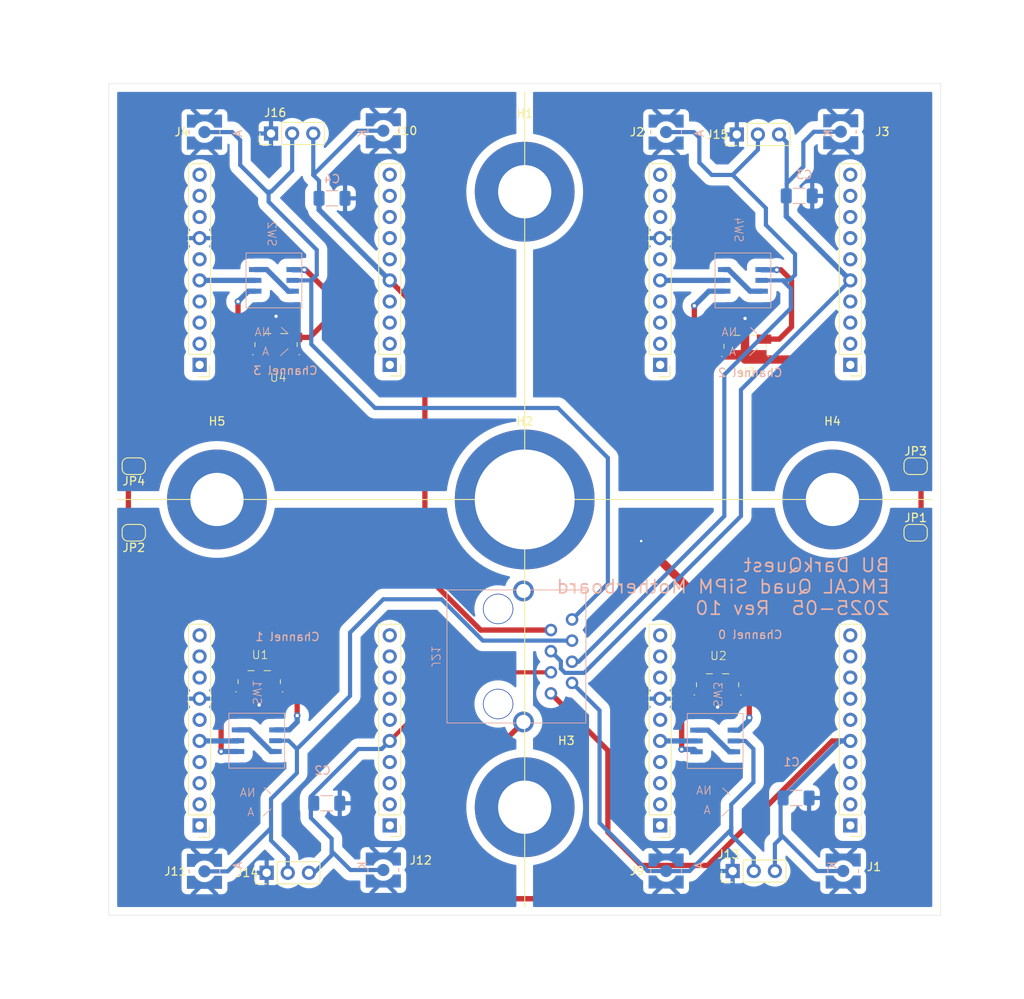
<source format=kicad_pcb>
(kicad_pcb (version 20241229) (generator "pcbnew") (generator_version "9.0")
  (title_block (title "DarkQuest SiPM Motherboard") (date "2025-05") (rev "10") (comment 1 "Attenuator switch"))
  (layers (0 "F.Cu" signal) (2 "B.Cu" signal) (13 "F.Paste" user) (15 "B.Paste" user) (5 "F.SilkS" user "F.Silkscreen") (7 "B.SilkS" user "B.Silkscreen") (1 "F.Mask" user) (3 "B.Mask" user) (25 "Edge.Cuts" user))
  (net 0 "")
  (net 1 "Net-(SW1-0)")
  (net 2 "Net-(SW1-A-Pad3)")
  (net 3 "Net-(SW2-0)")
  (net 4 "Net-(SW2-A-Pad3)")
  (net 5 "Net-(SW3-0)")
  (net 6 "Net-(SW3-A-Pad3)")
  (net 7 "Net-(SW4-0)")
  (net 8 "Net-(SW4-A-Pad3)")
  (net 9 "Net-(SW1-C)")
  (net 10 "Net-(SW2-C)")
  (net 11 "Net-(SW3-C)")
  (net 12 "Net-(SW4-C)")
  (net 13 "GND1")
  (net 14 "/K1")
  (net 15 "/K2")
  (net 16 "GND2")
  (net 17 "GND3")
  (net 18 "/K3")
  (net 19 "/K4")
  (net 20 "GND4")
  (net 21 "/A3")
  (net 22 "/A4")
  (net 23 "/A1")
  (net 24 "/A2")
  (net 25 "Net-(JP1-B)")
  (net 26 "/A1_PreAtten")
  (net 27 "/A3_PreAtten")
  (net 28 "/A4_PreAtten")
  (net 29 "/A2_PreAtten")
  (footprint "quad_sipm:MountingHole_8.4mm_M8_Pad" (layer "F.Cu") (at 100 100)
    (property "Reference" "H2")
    (property "Value" "MountingHole")
  )
  (footprint "quad_sipm:MountingHole_6.4_pad" (layer "F.Cu") (at 100 137)
    (property "Reference" "H3")
    (property "Value" "MountingHole")
  )
  (footprint "quad_sipm:MountingHole_6.4_pad" (layer "F.Cu") (at 137 100)
    (property "Reference" "H4")
    (property "Value" "MountingHole")
  )
  (footprint "quad_sipm:MountingHole_6.4_pad" (layer "F.Cu") (at 63 100)
    (property "Reference" "H5")
    (property "Value" "MountingHole")
  )
  (footprint "quad_sipm:MountingHole_6.4_pad" (layer "F.Cu") (at 100 63)
    (property "Reference" "H1")
    (property "Value" "MountingHole")
  )
  (footprint "Jumper:SolderJumper-2_P1.3mm_Open_RoundedPad1.0x1.5mm" (layer "F.Cu") (at 147 96)
    (property "Reference" "JP3")
    (property "Value" "SolderJumper_2_Open")
  )
  (footprint "RJJS-88-122-E7V-022:chip_carrier_pin_header" (layer "F.Cu") (at 72.39 127.762 180)
    (property "Reference" "J22" (hide yes))
    (property "Value" "SiPM Header")
  )
  (footprint "Jumper:SolderJumper-2_P1.3mm_Open_RoundedPad1.0x1.5mm" (layer "F.Cu") (at 147 104)
    (property "Reference" "JP1")
    (property "Value" "SolderJumper_2_Open")
  )
  (footprint "RJJS-88-122-E7V-022:chip_carrier_pin_header" (layer "F.Cu") (at 127.762 127.762 180)
    (property "Reference" "J23" (hide yes))
    (property "Value" "SiPM Header")
  )
  (footprint "RJJS-88-122-E7V-022:chip_carrier_pin_header" (layer "F.Cu") (at 127.762 72.39 180)
    (property "Reference" "J24" (hide yes))
    (property "Value" "SiPM Header")
  )
  (footprint "Resistor_SMD:D10AA20Z4" (layer "F.Cu") (at 70.1088 80.0608)
    (property "Reference" "U4")
    (property "Value" "~")
  )
  (footprint "Connector_PinHeader_2.54mm:PinHeader_1x03_P2.54mm_Vertical" (layer "F.Cu") (at 125 144.67 90)
    (property "Reference" "J13")
    (property "Value" "8-102202-4")
  )
  (footprint "Jumper:SolderJumper-2_P1.3mm_Open_RoundedPad1.0x1.5mm" (layer "F.Cu") (at 53 104 180)
    (property "Reference" "JP2")
    (property "Value" "SolderJumper_2_Open")
  )
  (footprint "Resistor_SMD:D10AA20Z4" (layer "F.Cu") (at 68.0895 120.5865)
    (property "Reference" "U1")
    (property "Value" "~")
  )
  (footprint "Connector_PinHeader_2.54mm:PinHeader_1x03_P2.54mm_Vertical" (layer "F.Cu") (at 125.5 56.12 90)
    (property "Reference" "J15")
    (property "Value" "8-102202-4")
  )
  (footprint "Resistor_SMD:D10AA20Z4" (layer "F.Cu") (at 123.1948 120.9592)
    (property "Reference" "U2")
    (property "Value" "~")
  )
  (footprint "Connector_PinHeader_2.54mm:PinHeader_1x03_P2.54mm_Vertical" (layer "F.Cu") (at 68.975 144.88 90)
    (property "Reference" "J14")
    (property "Value" "8-102202-4")
  )
  (footprint "Connector_PinHeader_2.54mm:PinHeader_1x03_P2.54mm_Vertical" (layer "F.Cu") (at 69.5 56 90)
    (property "Reference" "J16")
    (property "Value" "8-102202-4")
  )
  (footprint "Jumper:SolderJumper-2_P1.3mm_Open_RoundedPad1.0x1.5mm" (layer "F.Cu") (at 53 96 180)
    (property "Reference" "JP4")
    (property "Value" "SolderJumper_2_Open")
  )
  (footprint "RJJS-88-122-E7V-022:chip_carrier_pin_header" (layer "F.Cu") (at 72.39 72.39 180)
    (property "Reference" "J25" (hide yes))
    (property "Value" "SiPM Header")
  )
  (footprint "Resistor_SMD:D10AA20Z4" (layer "F.Cu") (at 126.492 80.264)
    (property "Reference" "U3")
    (property "Value" "~")
  )
  (footprint "Capacitor_SMD:C_1206_3216Metric_Pad1.33x1.80mm_HandSolder" (layer "B.Cu") (at 76.835 63.7925 180)
    (property "Reference" "C4")
    (property "Value" "10nF 100V")
  )
  (footprint "Capacitor_SMD:C_1206_3216Metric_Pad1.33x1.80mm_HandSolder" (layer "B.Cu") (at 133.0075 63.5 180)
    (property "Reference" "C3")
    (property "Value" "10nF 100V")
  )
  (footprint "Capacitor_SMD:C_1206_3216Metric_Pad1.33x1.80mm_HandSolder" (layer "B.Cu") (at 132.6265 135.89 180)
    (property "Reference" "C1")
    (property "Value" "10nF 100V")
  )
  (footprint "Capacitor_SMD:C_1206_3216Metric_Pad1.33x1.80mm_HandSolder" (layer "B.Cu") (at 76.2 136.525 180)
    (property "Reference" "C2")
    (property "Value" "10nF 100V")
  )
  (footprint "Relay_SMD:Nidec_DPDT_CS422YTA" (layer "B.Cu") (at 67.782 129.002 90)
    (property "Reference" "SW1")
    (property "Value" "SW_Push_DPDT")
  )
  (footprint "Connector_Coaxial:WR-MMCX_Wuerth_66012102111404_Vertical" (layer "B.Cu") (at 138.29 144.67 90)
    (property "Reference" "J1")
    (property "Value" "Conn_Coaxial")
  )
  (footprint "Relay_SMD:Nidec_DPDT_CS422YTA" (layer "B.Cu") (at 69.85 73.66 90)
    (property "Reference" "SW2")
    (property "Value" "SW_Push_DPDT")
  )
  (footprint "RJJS-88-122-E7V-022:RJJS-88-122-E7V-022" (layer "B.Cu") (at 99 118.875 90)
    (property "Reference" "J21")
    (property "Value" "RJ45_Shielded")
  )
  (footprint "Connector_Coaxial:WR-MMCX_Wuerth_66012102111404_Vertical" (layer "B.Cu") (at 61.5 144.71 -90)
    (property "Reference" "J11")
    (property "Value" "Conn_Coaxial")
  )
  (footprint "Connector_Coaxial:WR-MMCX_Wuerth_66012102111404_Vertical" (layer "B.Cu") (at 138 55.79 90)
    (property "Reference" "J3")
    (property "Value" "Conn_Coaxial")
  )
  (footprint "Connector_Coaxial:WR-MMCX_Wuerth_66012102111404_Vertical" (layer "B.Cu") (at 117 144.67 -90)
    (property "Reference" "J9")
    (property "Value" "Conn_Coaxial")
  )
  (footprint "Connector_Coaxial:WR-MMCX_Wuerth_66012102111404_Vertical" (layer "B.Cu") (at 83 55.67 90)
    (property "Reference" "J10")
    (property "Value" "Conn_Coaxial")
  )
  (footprint "Relay_SMD:Nidec_DPDT_CS422YTA" (layer "B.Cu") (at 122.9 129.032 90)
    (property "Reference" "SW3")
    (property "Value" "SW_Push_DPDT")
  )
  (footprint "Connector_Coaxial:WR-MMCX_Wuerth_66012102111404_Vertical" (layer "B.Cu") (at 61.5 55.83 -90)
    (property "Reference" "J4")
    (property "Value" "Conn_Coaxial")
  )
  (footprint "Connector_Coaxial:WR-MMCX_Wuerth_66012102111404_Vertical" (layer "B.Cu") (at 83 144.55 90)
    (property "Reference" "J12")
    (property "Value" "Conn_Coaxial")
  )
  (footprint "Relay_SMD:Nidec_DPDT_CS422YTA" (layer "B.Cu") (at 126.238 73.66 90)
    (property "Reference" "SW4")
    (property "Value" "SW_Push_DPDT")
  )
  (footprint "Connector_Coaxial:WR-MMCX_Wuerth_66012102111404_Vertical" (layer "B.Cu") (at 117 55.83 -90)
    (property "Reference" "J2")
    (property "Value" "Conn_Coaxial")
  )
  (gr_line (start 51 100) (end 149 100) (stroke (width 0.12)) (layer "F.SilkS"))
  (gr_line (start 100 51) (end 100 149) (stroke (width 0.12)) (layer "F.SilkS"))
  (gr_line (start 50 150) (end 50 50) (stroke (width 0.05)) (layer "Edge.Cuts"))
  (gr_line (start 150 150) (end 50 150) (stroke (width 0.05)) (layer "Edge.Cuts"))
  (gr_line (start 50 50) (end 150 50) (stroke (width 0.05)) (layer "Edge.Cuts"))
  (gr_line (start 150 50) (end 150 150) (stroke (width 0.05)) (layer "Edge.Cuts"))
  (gr_text "A" (at 65.5 144 90) (layer "B.SilkS") (effects (font (size 1 1)) (justify mirror)))
  (gr_text "Channel 2" (at 131.064 85.344 0) (layer "B.SilkS") (effects (font (size 1 1)) (justify left bottom mirror)))
  (gr_text "A" (at 65.5 56 90) (layer "B.SilkS") (effects (font (size 1 1)) (justify mirror)))
  (gr_text "Channel 3" (at 75.184 85.09 0) (layer "B.SilkS") (effects (font (size 1 1)) (justify left bottom mirror)))
  (gr_text "K" (at 80.5 56 90) (layer "B.SilkS") (effects (font (size 1 1)) (justify mirror)))
  (gr_text "Channel 0" (at 131.064 116.84 0) (layer "B.SilkS") (effects (font (size 1 1)) (justify left bottom mirror)))
  (gr_text "A" (at 121 56 90) (layer "B.SilkS") (effects (font (size 1 1)) (justify mirror)))
  (gr_text "K" (at 80.5 144 90) (layer "B.SilkS") (effects (font (size 1 1)) (justify mirror)))
  (gr_text "BU DarkQuest\nEMCAL Quad SiPM Motherboard\n${ISSUE_DATE}  Rev ${REVISION}" (at 144.018 110.49 0) (layer "B.SilkS") (effects (font (size 1.6 1.7) (thickness 0.2032)) (justify left mirror)))
  (gr_text "Channel 1" (at 75.438 117.094 0) (layer "B.SilkS") (effects (font (size 1 1)) (justify left bottom mirror)))
  (gr_text "K" (at 137 144 90) (layer "B.SilkS") (effects (font (size 1 1)) (justify mirror)))
  (gr_text "A" (at 121 144 90) (layer "B.SilkS") (effects (font (size 1 1)) (justify mirror)))
  (gr_text "K" (at 136.5 56 90) (layer "B.SilkS") (effects (font (size 1 1)) (justify mirror)))
  (segment (start 70.3707 121.0437) (end 72.644 123.317) (width 0.635) (layer "F.Cu") (net 1))
  (segment (start 72.644 123.317) (end 72.644 125.984) (width 0.635) (layer "F.Cu") (net 1))
  (via (at 72.644 125.984) (size 0.8) (drill 0.4) (layers "F.Cu" "B.Cu") (net 1))
  (segment (start 72.644 126.746) (end 71.688 127.702) (width 0.635) (layer "B.Cu") (net 1))
  (segment (start 72.644 125.984) (end 72.644 126.746) (width 0.635) (layer "B.Cu") (net 1))
  (segment (start 71.688 127.702) (end 70.032 127.702) (width 0.635) (layer "B.Cu") (net 1))
  (segment (start 69.517 130.302) (end 70.032 130.302) (width 0.635) (layer "B.Cu") (net 2))
  (segment (start 66.917 127.702) (end 69.517 130.302) (width 0.635) (layer "B.Cu") (net 2))
  (segment (start 65.532 127.702) (end 66.917 127.702) (width 0.635) (layer "B.Cu") (net 2))
  (segment (start 73.66 72.39) (end 73.505 72.39) (width 0.635) (layer "F.Cu") (net 3))
  (segment (start 76.2 78.486) (end 76.2 74.93) (width 0.635) (layer "F.Cu") (net 3))
  (segment (start 72.39 80.518) (end 74.168 80.518) (width 0.635) (layer "F.Cu") (net 3))
  (segment (start 76.2 74.93) (end 73.66 72.39) (width 0.635) (layer "F.Cu") (net 3))
  (segment (start 74.168 80.518) (end 76.2 78.486) (width 0.635) (layer "F.Cu") (net 3))
  (via (at 73.505 72.39) (size 0.8) (drill 0.4) (layers "F.Cu" "B.Cu") (net 3))
  (segment (start 73.505 72.39) (end 72.136 72.39) (width 0.635) (layer "B.Cu") (net 3))
  (segment (start 67.6 72.36) (end 68.985 72.36) (width 0.635) (layer "B.Cu") (net 4))
  (segment (start 68.985 72.36) (end 71.585 74.96) (width 0.635) (layer "B.Cu") (net 4))
  (segment (start 71.585 74.96) (end 72.1 74.96) (width 0.635) (layer "B.Cu") (net 4))
  (segment (start 127 122.9404) (end 127 126.238) (width 0.635) (layer "F.Cu") (net 5))
  (segment (start 125.476 121.4164) (end 127 122.9404) (width 0.635) (layer "F.Cu") (net 5))
  (via (at 127 126.238) (size 0.8) (drill 0.4) (layers "F.Cu" "B.Cu") (net 5))
  (segment (start 125.76 127.732) (end 127 126.492) (width 0.635) (layer "B.Cu") (net 5))
  (segment (start 125.15 127.732) (end 125.76 127.732) (width 0.635) (layer "B.Cu") (net 5))
  (segment (start 127 126.492) (end 127 126.238) (width 0.635) (layer "B.Cu") (net 5))
  (segment (start 122.035 127.732) (end 124.635 130.332) (width 0.635) (layer "B.Cu") (net 6))
  (segment (start 124.635 130.332) (end 125.15 130.332) (width 0.635) (layer "B.Cu") (net 6))
  (segment (start 120.65 127.732) (end 122.035 127.732) (width 0.635) (layer "B.Cu") (net 6))
  (segment (start 130.6068 80.7212) (end 128.7732 80.7212) (width 0.635) (layer "F.Cu") (net 7))
  (segment (start 132.08 79.248) (end 130.6068 80.7212) (width 0.635) (layer "F.Cu") (net 7))
  (segment (start 130.81 72.39) (end 132.08 73.66) (width 0.635) (layer "F.Cu") (net 7))
  (segment (start 132.08 73.66) (end 132.08 79.248) (width 0.635) (layer "F.Cu") (net 7))
  (segment (start 130.302 72.39) (end 130.81 72.39) (width 0.635) (layer "F.Cu") (net 7))
  (via (at 130.302 72.39) (size 0.8) (drill 0.4) (layers "F.Cu" "B.Cu") (net 7))
  (segment (start 130.272 72.36) (end 130.302 72.39) (width 0.635) (layer "B.Cu") (net 7))
  (segment (start 130.302 72.39) (end 128.518 72.39) (width 0.635) (layer "B.Cu") (net 7))
  (segment (start 127.103 74.96) (end 124.503 72.36) (width 0.635) (layer "B.Cu") (net 8))
  (segment (start 128.488 74.96) (end 127.103 74.96) (width 0.635) (layer "B.Cu") (net 8))
  (segment (start 124.503 72.36) (end 123.988 72.36) (width 0.635) (layer "B.Cu") (net 8))
  (segment (start 63.5 123.338) (end 63.5 130.302) (width 0.635) (layer "F.Cu") (net 9))
  (segment (start 65.7987 121.0393) (end 63.5 123.338) (width 0.635) (layer "F.Cu") (net 9))
  (via (at 63.5 130.302) (size 0.8) (drill 0.4) (layers "F.Cu" "B.Cu") (net 9))
  (segment (start 63.5 130.302) (end 65.532 130.302) (width 0.635) (layer "B.Cu") (net 9))
  (segment (start 67.818 80.5136) (end 67.0516 80.5136) (width 0.635) (layer "F.Cu") (net 10))
  (segment (start 65.532 78.994) (end 65.532 76.2) (width 0.635) (layer "F.Cu") (net 10))
  (segment (start 67.0516 80.5136) (end 65.532 78.994) (width 0.635) (layer "F.Cu") (net 10))
  (via (at 65.532 76.2) (size 0.8) (drill 0.4) (layers "F.Cu" "B.Cu") (net 10))
  (segment (start 66.772 74.96) (end 67.6 74.96) (width 0.635) (layer "B.Cu") (net 10))
  (segment (start 65.532 76.2) (end 66.772 74.96) (width 0.635) (layer "B.Cu") (net 10))
  (segment (start 120.904 121.412) (end 118.872 123.444) (width 0.635) (layer "F.Cu") (net 11))
  (segment (start 118.872 123.444) (end 118.872 130.048) (width 0.635) (layer "F.Cu") (net 11))
  (via (at 118.872 130.048) (size 0.8) (drill 0.4) (layers "F.Cu" "B.Cu") (net 11))
  (segment (start 120.366 130.048) (end 120.65 130.332) (width 0.635) (layer "B.Cu") (net 11))
  (segment (start 118.872 130.048) (end 120.366 130.048) (width 0.635) (layer "B.Cu") (net 11))
  (segment (start 121.6108 80.7168) (end 124.2012 80.7168) (width 0.635) (layer "F.Cu") (net 12))
  (segment (start 120.396 79.502) (end 121.6108 80.7168) (width 0.635) (layer "F.Cu") (net 12))
  (segment (start 120.396 76.708) (end 120.396 79.502) (width 0.635) (layer "F.Cu") (net 12))
  (via (at 120.396 76.708) (size 0.8) (drill 0.4) (layers "F.Cu" "B.Cu") (net 12))
  (segment (start 121.29877 75.80523) (end 120.396 76.708) (width 0.635) (layer "B.Cu") (net 12))
  (segment (start 123.988 74.96) (end 122.144 74.96) (width 0.635) (layer "B.Cu") (net 12))
  (segment (start 122.144 74.96) (end 121.29877 75.80523) (width 0.635) (layer "B.Cu") (net 12))
  (segment (start 128.46 113.54) (end 123.19 113.54) (width 1) (layer "F.Cu") (net 13))
  (segment (start 136.81 113.54) (end 128.46 113.54) (width 1) (layer "F.Cu") (net 13))
  (segment (start 123.1773 124.9553) (end 123.19 124.968) (width 0.635) (layer "F.Cu") (net 13))
  (segment (start 128.46 113.54) (end 122.54 113.54) (width 1) (layer "F.Cu") (net 13))
  (segment (start 122.54 113.54) (end 114 105) (width 1) (layer "F.Cu") (net 13))
  (segment (start 146.35 104) (end 136.81 113.54) (width 1) (layer "F.Cu") (net 13))
  (segment (start 123.19 113.54) (end 123.19 122.3562) (width 1) (layer "F.Cu") (net 13))
  (segment (start 123.1773 123.3087) (end 123.1773 124.9553) (width 0.635) (layer "F.Cu") (net 13))
  (via (at 123.19 124.968) (size 0.8) (drill 0.4) (layers "F.Cu" "B.Cu") (net 13))
  (via (at 114 105) (size 0.6) (drill 0.3) (layers "F.Cu" "B.Cu") (net 13))
  (segment (start 110 130.17) (end 103.15 123.32) (width 0.635) (layer "F.Cu") (net 14))
  (segment (start 136.968 129.032) (end 122 144) (width 0.635) (layer "F.Cu") (net 14))
  (segment (start 110 140) (end 110 130.17) (width 0.635) (layer "F.Cu") (net 14))
  (segment (start 114 144) (end 110 140) (width 0.635) (layer "F.Cu") (net 14))
  (segment (start 139.146 129.032) (end 136.968 129.032) (width 0.635) (layer "F.Cu") (net 14))
  (segment (start 122 144) (end 114 144) (width 0.635) (layer "F.Cu") (net 14))
  (segment (start 130.765 139.700708) (end 130.765 140.735) (width 0.5) (layer "B.Cu") (net 14))
  (segment (start 130.765 140.735) (end 130.08 141.42) (width 0.5) (layer "B.Cu") (net 14))
  (segment (start 139.146 129.032) (end 137.922 129.032) (width 0.635) (layer "B.Cu") (net 14))
  (segment (start 138.29 144.67) (end 135.17 144.67) (width 0.5) (layer "B.Cu") (net 14))
  (segment (start 137.922 129.032) (end 131.064 135.89) (width 0.635) (layer "B.Cu") (net 14))
  (segment (start 130.765 136.189) (end 131.064 135.89) (width 0.635) (layer "B.Cu") (net 14))
  (segment (start 130.08 141.42) (end 130.08 145) (width 0.5) (layer "B.Cu") (net 14))
  (segment (start 130.765 140.265) (end 130.765 139.700708) (width 0.5) (layer "B.Cu") (net 14))
  (segment (start 130.765 139.700708) (end 130.765 136.189) (width 0.5) (layer "B.Cu") (net 14))
  (segment (start 135.17 144.67) (end 130.765 140.265) (width 0.5) (layer "B.Cu") (net 14))
  (segment (start 83.774 129.032) (end 92.026 120.78) (width 0.5) (layer "F.Cu") (net 15))
  (segment (start 92.026 120.78) (end 103.15 120.78) (width 0.5) (layer "F.Cu") (net 15))
  (segment (start 76.79 140.79) (end 76.79 142.29) (width 0.5) (layer "B.Cu") (net 15))
  (segment (start 76.79 142.29) (end 79.05 144.55) (width 0.5) (layer "B.Cu") (net 15))
  (segment (start 74.295 138.295) (end 76.79 140.79) (width 0.5) (layer "B.Cu") (net 15))
  (segment (start 74.295 138) (end 74.295 135.705) (width 0.5) (layer "B.Cu") (net 15))
  (segment (start 76.79 142.29) (end 76.79 142.765) (width 0.5) (layer "B.Cu") (net 15))
  (segment (start 79.05 144.55) (end 83 144.55) (width 0.5) (layer "B.Cu") (net 15))
  (segment (start 82.806 130) (end 83.774 129.032) (width 0.5) (layer "B.Cu") (net 15))
  (segment (start 80 130) (end 82.806 130) (width 0.5) (layer "B.Cu") (net 15))
  (segment (start 74.295 138) (end 74.295 138.295) (width 0.5) (layer "B.Cu") (net 15))
  (segment (start 74.295 135.705) (end 80 130) (width 0.5) (layer "B.Cu") (net 15))
  (segment (start 74.675 144.88) (end 74.055 144.88) (width 0.5) (layer "B.Cu") (net 15))
  (segment (start 74.295 136.8675) (end 74.295 138) (width 0.5) (layer "B.Cu") (net 15))
  (segment (start 74.6375 136.525) (end 74.295 136.8675) (width 0.635) (layer "B.Cu") (net 15))
  (segment (start 76.79 142.765) (end 74.675 144.88) (width 0.5) (layer "B.Cu") (net 15))
  (segment (start 68.0847 119.4849) (end 68.0847 121.9835) (width 1) (layer "F.Cu") (net 16))
  (segment (start 68.0847 119.4849) (end 53.65 105.0502) (width 1) (layer "F.Cu") (net 16))
  (segment (start 53.65 105.0502) (end 53.65 104) (width 1) (layer "F.Cu") (net 16))
  (segment (start 68.072 122.936) (end 68.072 124.714) (width 0.635) (layer "F.Cu") (net 16))
  (via (at 68.072 124.714) (size 0.8) (drill 0.4) (layers "F.Cu" "B.Cu") (net 16))
  (segment (start 133.5255 83.1755) (end 146.35 96) (width 1) (layer "F.Cu") (net 17))
  (segment (start 126.4872 78.2368) (end 126.492 78.232) (width 0.635) (layer "F.Cu") (net 17))
  (segment (start 126.4745 82.6135) (end 126.4745 83.1755) (width 1) (layer "F.Cu") (net 17))
  (segment (start 126.4872 81.661) (end 126.4872 78.2368) (width 0.635) (layer "F.Cu") (net 17))
  (segment (start 126.4745 83.1755) (end 133.5255 83.1755) (width 1) (layer "F.Cu") (net 17))
  (via (at 126.492 78.232) (size 0.8) (drill 0.4) (layers "F.Cu" "B.Cu") (net 17))
  (segment (start 104.351 120.351) (end 104.849 120.849) (width 0.5) (layer "B.Cu") (net 18))
  (segment (start 138 55.79) (end 134.765708 55.79) (width 0.5) (layer "B.Cu") (net 18))
  (segment (start 126 86.806) (end 139.146 73.66) (width 0.5) (layer "B.Cu") (net 18))
  (segment (start 104.351 119.441) (end 104.351 120.351) (width 0.5) (layer "B.Cu") (net 18))
  (segment (start 133.5 60) (end 131.5 62) (width 0.5) (layer "B.Cu") (net 18))
  (segment (start 131.5 62) (end 131.5 63.445) (width 0.5) (layer "B.Cu") (net 18))
  (segment (start 131.5 63.445) (end 131.445 63.5) (width 0.5) (layer "B.Cu") (net 18))
  (segment (start 131.5 62) (end 131.5 57.04) (width 0.5) (layer "B.Cu") (net 18))
  (segment (start 104.849 120.849) (end 107.151 120.849) (width 0.5) (layer "B.Cu") (net 18))
  (segment (start 103.15 118.24) (end 104.351 119.441) (width 0.5) (layer "B.Cu") (net 18))
  (segment (start 133.5 57.055708) (end 133.5 60) (width 0.5) (layer "B.Cu") (net 18))
  (segment (start 131.445 65.959) (end 131.445 63.5) (width 0.635) (layer "B.Cu") (net 18))
  (segment (start 131.445 65.959) (end 139.146 73.66) (width 0.635) (layer "B.Cu") (net 18))
  (segment (start 131.5 57.04) (end 130.58 56.12) (width 0.5) (layer "B.Cu") (net 18))
  (segment (start 126 102) (end 126 86.806) (width 0.5) (layer "B.Cu") (net 18))
  (segment (start 107.151 120.849) (end 126 102) (width 0.5) (layer "B.Cu") (net 18))
  (segment (start 134.765708 55.79) (end 133.5 57.055708) (width 0.5) (layer "B.Cu") (net 18))
  (segment (start 88 77.886) (end 88 109) (width 0.635) (layer "F.Cu") (net 19))
  (segment (start 88 109) (end 94.7 115.7) (width 0.635) (layer "F.Cu") (net 19))
  (segment (start 83.774 73.66) (end 88 77.886) (width 0.635) (layer "F.Cu") (net 19))
  (segment (start 94.7 115.7) (end 103.15 115.7) (width 0.635) (layer "F.Cu") (net 19))
  (segment (start 83 55.67) (end 79.894292 55.67) (width 0.5) (layer "B.Cu") (net 19))
  (segment (start 75.2725 61.676792) (end 75.2725 63.7925) (width 0.5) (layer "B.Cu") (net 19))
  (segment (start 74.58 60.984292) (end 74.58 56) (width 0.5) (layer "B.Cu") (net 19))
  (segment (start 74.58 60.984292) (end 75.2725 61.676792) (width 0.5) (layer "B.Cu") (net 19))
  (segment (start 75.2725 65.1585) (end 75.2725 63.7925) (width 0.635) (layer "B.Cu") (net 19))
  (segment (start 83.774 73.66) (end 75.2725 65.1585) (width 0.635) (layer "B.Cu") (net 19))
  (segment (start 79.894292 55.67) (end 74.58 60.984292) (width 0.5) (layer "B.Cu") (net 19))
  (segment (start 70.104 81.4578) (end 70.104 77.978) (width 0.635) (layer "F.Cu") (net 20))
  (segment (start 72.7603 82.4103) (end 70.0913 82.4103) (width 1) (layer "F.Cu") (net 20))
  (segment (start 70.0913 82.4103) (end 67.2397 82.4103) (width 1) (layer "F.Cu") (net 20))
  (segment (start 67.2397 82.4103) (end 53.65 96) (width 1) (layer "F.Cu") (net 20))
  (via (at 70.104 77.978) (size 0.8) (drill 0.4) (layers "F.Cu" "B.Cu") (net 20))
  (segment (start 124 85) (end 132 77) (width 0.5) (layer "B.Cu") (net 21))
  (segment (start 122.484292 60.984292) (end 125 60.984292) (width 0.5) (layer "B.Cu") (net 21))
  (segment (start 117 55.83) (end 120.33 55.83) (width 0.5) (layer "B.Cu") (net 21))
  (segment (start 129 67) (end 132.5 70.5) (width 0.5) (layer "B.Cu") (net 21))
  (segment (start 131.84 73.66) (end 131 73.66) (width 0.5) (layer "B.Cu") (net 21))
  (segment (start 128.04 57.944292) (end 128.04 56.12) (width 0.5) (layer "B.Cu") (net 21))
  (segment (start 125 60.984292) (end 128.04 57.944292) (width 0.5) (layer "B.Cu") (net 21))
  (segment (start 124 102) (end 124 85) (width 0.5) (layer "B.Cu") (net 21))
  (segment (start 132 74.66) (end 131 73.66) (width 0.5) (layer "B.Cu") (net 21))
  (segment (start 105.69 119.51) (end 106.49 119.51) (width 0.5) (layer "B.Cu") (net 21))
  (segment (start 121 56.5) (end 121 59.5) (width 0.5) (layer "B.Cu") (net 21))
  (segment (start 132.5 70.5) (end 132.5 73) (width 0.5) (layer "B.Cu") (net 21))
  (segment (start 129 64.984292) (end 129 67) (width 0.5) (layer "B.Cu") (net 21))
  (segment (start 132 77) (end 132 74.66) (width 0.5) (layer "B.Cu") (net 21))
  (segment (start 132.5 73) (end 131.84 73.66) (width 0.5) (layer "B.Cu") (net 21))
  (segment (start 120.33 55.83) (end 121 56.5) (width 0.5) (layer "B.Cu") (net 21))
  (segment (start 106.49 119.51) (end 124 102) (width 0.5) (layer "B.Cu") (net 21))
  (segment (start 131 73.66) (end 128.488 73.66) (width 0.5) (layer "B.Cu") (net 21))
  (segment (start 121 59.5) (end 122.484292 60.984292) (width 0.5) (layer "B.Cu") (net 21))
  (segment (start 125 60.984292) (end 129 64.984292) (width 0.5) (layer "B.Cu") (net 21))
  (segment (start 69.5 63) (end 72.04 60.46) (width 0.5) (layer "B.Cu") (net 22))
  (segment (start 69 63) (end 69.5 63) (width 0.5) (layer "B.Cu") (net 22))
  (segment (start 69.21 63.21) (end 69 63) (width 0.5) (layer "B.Cu") (net 22))
  (segment (start 65.79 56.79) (end 64.83 55.83) (width 0.5) (layer "B.Cu") (net 22))
  (segment (start 75 73) (end 75 70) (width 0.5) (layer "B.Cu") (net 22))
  (segment (start 72.1 73.66) (end 74.34 73.66) (width 0.5) (layer "B.Cu") (net 22))
  (segment (start 69.21 64.21) (end 69.21 63.21) (width 0.5) (layer "B.Cu") (net 22))
  (segment (start 65.79 59.79) (end 65.79 56.79) (width 0.5) (layer "B.Cu") (net 22))
  (segment (start 72.04 60.46) (end 72.04 56) (width 0.5) (layer "B.Cu") (net 22))
  (segment (start 74.34 73.66) (end 74.34 81.34) (width 0.5) (layer "B.Cu") (net 22))
  (segment (start 74.34 81.34) (end 82 89) (width 0.5) (layer "B.Cu") (net 22))
  (segment (start 110 95) (end 110 110.12) (width 0.5) (layer "B.Cu") (net 22))
  (segment (start 74.34 73.66) (end 75 73) (width 0.5) (layer "B.Cu") (net 22))
  (segment (start 64.83 55.83) (end 61.5 55.83) (width 0.5) (layer "B.Cu") (net 22))
  (segment (start 82 89) (end 104 89) (width 0.5) (layer "B.Cu") (net 22))
  (segment (start 110 110.12) (end 105.69 114.43) (width 0.5) (layer "B.Cu") (net 22))
  (segment (start 75 70) (end 69.21 64.21) (width 0.5) (layer "B.Cu") (net 22))
  (segment (start 69 63) (end 65.79 59.79) (width 0.5) (layer "B.Cu") (net 22))
  (segment (start 104 89) (end 110 95) (width 0.5) (layer "B.Cu") (net 22))
  (segment (start 125.15 129.032) (end 126.532 129.032) (width 0.5) (layer "B.Cu") (net 23))
  (segment (start 126.532 129.032) (end 127.5 130) (width 0.5) (layer "B.Cu") (net 23))
  (segment (start 124.83 139.67) (end 119.83 144.67) (width 0.5) (layer "B.Cu") (net 23))
  (segment (start 127.5 130) (end 127.5 134) (width 0.5) (layer "B.Cu") (net 23))
  (segment (start 109 125.36) (end 105.69 122.05) (width 0.5) (layer "B.Cu") (net 23))
  (segment (start 114.772878 144.67) (end 109 138.897122) (width 0.5) (layer "B.Cu") (net 23))
  (segment (start 127.54 143.04) (end 127.54 145) (width 0.5) (layer "B.Cu") (net 23))
  (segment (start 124.83 139.395708) (end 124.83 140.33) (width 0.5) (layer "B.Cu") (net 23))
  (segment (start 119 144.67) (end 114.772878 144.67) (width 0.5) (layer "B.Cu") (net 23))
  (segment (start 124.83 139.395708) (end 124.83 139.67) (width 0.5) (layer "B.Cu") (net 23))
  (segment (start 124.83 140.33) (end 127.54 143.04) (width 0.5) (layer "B.Cu") (net 23))
  (segment (start 109 138.897122) (end 109 125.36) (width 0.5) (layer "B.Cu") (net 23))
  (segment (start 127.5 134) (end 124.83 136.67) (width 0.5) (layer "B.Cu") (net 23))
  (segment (start 119 144.67) (end 117 144.67) (width 0.5) (layer "B.Cu") (net 23))
  (segment (start 119.83 144.67) (end 119 144.67) (width 0.5) (layer "B.Cu") (net 23))
  (segment (start 124.83 136.67) (end 124.83 139.395708) (width 0.5) (layer "B.Cu") (net 23))
  (segment (start 72.614 132.886) (end 72.614 130) (width 0.5) (layer "B.Cu") (net 24))
  (segment (start 69.5 139.555708) (end 69.5 141) (width 0.5) (layer "B.Cu") (net 24))
  (segment (start 72.614 130) (end 79 123.614) (width 0.5) (layer "B.Cu") (net 24))
  (segment (start 79 116) (end 83 112) (width 0.5) (layer "B.Cu") (net 24))
  (segment (start 71.616 129.002) (end 70.032 129.002) (width 0.5) (layer "B.Cu") (net 24))
  (segment (start 61.5 144.71) (end 64.29 144.71) (width 0.5) (layer "B.Cu") (net 24))
  (segment (start 69.5 141) (end 71.515 143.015) (width 0.5) (layer "B.Cu") (net 24))
  (segment (start 64.29 144.71) (end 69.444292 139.555708) (width 0.5) (layer "B.Cu") (net 24))
  (segment (start 90 112) (end 94.97 116.97) (width 0.5) (layer "B.Cu") (net 24))
  (segment (start 69.444292 139.555708) (end 69.5 139.555708) (width 0.5) (layer "B.Cu") (net 24))
  (segment (start 72.614 130) (end 71.616 129.002) (width 0.5) (layer "B.Cu") (net 24))
  (segment (start 83 112) (end 90 112) (width 0.5) (layer "B.Cu") (net 24))
  (segment (start 79 123.614) (end 79 116) (width 0.5) (layer "B.Cu") (net 24))
  (segment (start 69.5 139.555708) (end 69.5 136) (width 0.5) (layer "B.Cu") (net 24))
  (segment (start 71.515 143.015) (end 71.515 145.5) (width 0.5) (layer "B.Cu") (net 24))
  (segment (start 94.97 116.97) (end 105.69 116.97) (width 0.5) (layer "B.Cu") (net 24))
  (segment (start 69.5 136) (end 72.614 132.886) (width 0.5) (layer "B.Cu") (net 24))
  (segment (start 145 148) (end 101.1815 148) (width 0.635) (layer "F.Cu") (net 25))
  (segment (start 147.65 96) (end 147.65 104) (width 0.635) (layer "F.Cu") (net 25))
  (segment (start 92 134.6) (end 99.85 126.75) (width 0.635) (layer "F.Cu") (net 25))
  (segment (start 55 148) (end 52.35 145.35) (width 0.635) (layer "F.Cu") (net 25))
  (segment (start 52.35 145.35) (end 52.35 96) (width 0.635) (layer "F.Cu") (net 25))
  (segment (start 101.1815 148) (end 55 148) (width 0.635) (layer "F.Cu") (net 25))
  (segment (start 101.1815 148) (end 92 148) (width 0.635) (layer "F.Cu") (net 25))
  (segment (start 99.484 110.634) (end 99.85 111) (width 1) (layer "F.Cu") (net 25))
  (segment (start 147.65 145.35) (end 145 148) (width 0.635) (layer "F.Cu") (net 25))
  (segment (start 147.65 104) (end 147.65 145.35) (width 0.635) (layer "F.Cu") (net 25))
  (segment (start 92 148) (end 92 134.6) (width 0.635) (layer "F.Cu") (net 25))
  (segment (start 116.286 129.032) (end 120.65 129.032) (width 0.635) (layer "B.Cu") (net 26))
  (segment (start 116.286 73.66) (end 123.988 73.66) (width 0.635) (layer "B.Cu") (net 27))
  (segment (start 60.914 73.66) (end 67.6 73.66) (width 0.635) (layer "B.Cu") (net 28))
  (segment (start 60.914 129.032) (end 65.502 129.032) (width 0.635) (layer "B.Cu") (net 29))
  (segment (start 65.502 129.032) (end 65.532 129.002) (width 0.635) (layer "B.Cu") (net 29))
  (zone (net 17) (net_name "GND3") (layer "B.Cu") (connect_pads (clearance 1.016)) (min_thickness 0.254) (fill yes (thermal_gap 0.635) (thermal_bridge_width 0.508))
    (polygon (pts (xy 149 99) (xy 101 99) (xy 101 51) (xy 149 51)))
  )
  (zone (net 20) (net_name "GND4") (layer "B.Cu") (connect_pads (clearance 1.016)) (min_thickness 0.254) (fill yes (thermal_gap 0.635) (thermal_bridge_width 0.508))
    (polygon (pts (xy 99 99) (xy 51 99) (xy 51 51) (xy 99 51)))
  )
  (zone (net 13) (net_name "GND1") (layer "B.Cu") (connect_pads (clearance 1.016)) (min_thickness 0.254) (fill yes (thermal_gap 0.635) (thermal_bridge_width 0.508))
    (polygon (pts (xy 149 149) (xy 101 149) (xy 101 101) (xy 149 101)))
  )
  (zone (net 16) (net_name "GND2") (layer "B.Cu") (connect_pads (clearance 1.016)) (min_thickness 0.254) (fill yes (thermal_gap 0.635) (thermal_bridge_width 0.508))
    (polygon (pts (xy 99 149) (xy 51 149) (xy 51 101) (xy 99 101)))
  )
)
</source>
